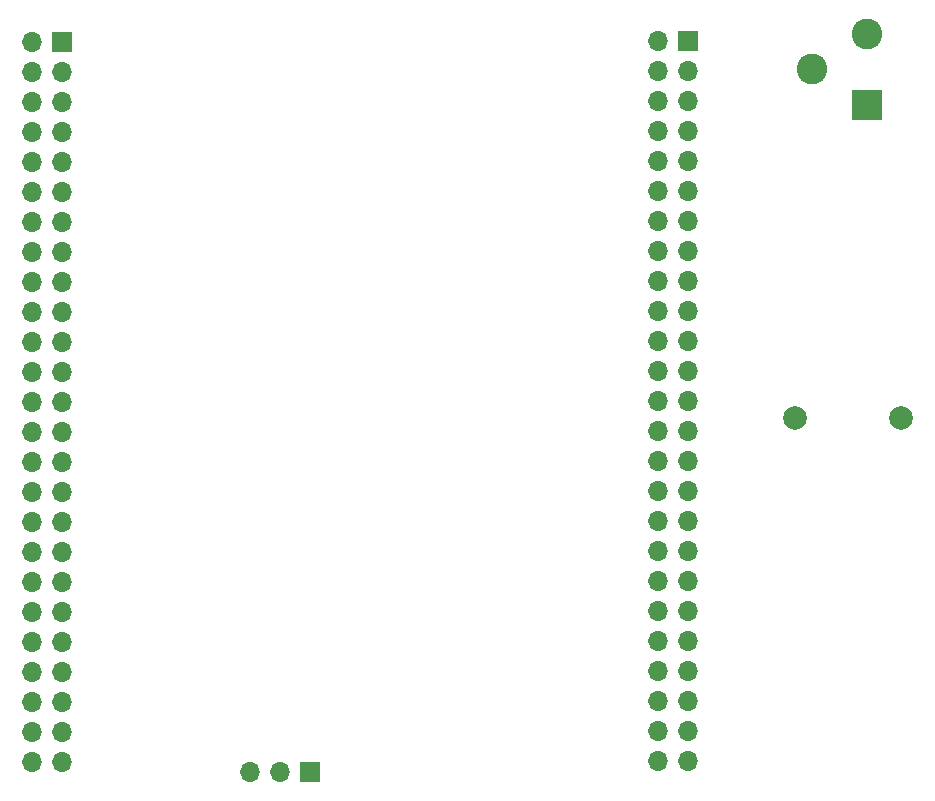
<source format=gbr>
%TF.GenerationSoftware,KiCad,Pcbnew,(7.0.0)*%
%TF.CreationDate,2023-05-31T19:24:38-06:00*%
%TF.ProjectId,STM32 LED Shield,53544d33-3220-44c4-9544-20536869656c,rev?*%
%TF.SameCoordinates,Original*%
%TF.FileFunction,Soldermask,Bot*%
%TF.FilePolarity,Negative*%
%FSLAX46Y46*%
G04 Gerber Fmt 4.6, Leading zero omitted, Abs format (unit mm)*
G04 Created by KiCad (PCBNEW (7.0.0)) date 2023-05-31 19:24:38*
%MOMM*%
%LPD*%
G01*
G04 APERTURE LIST*
%ADD10C,2.000000*%
%ADD11R,1.700000X1.700000*%
%ADD12O,1.700000X1.700000*%
%ADD13R,2.600000X2.600000*%
%ADD14C,2.600000*%
G04 APERTURE END LIST*
D10*
%TO.C,S1*%
X148873600Y-91033600D03*
X139873600Y-91033600D03*
%TD*%
D11*
%TO.C,J2*%
X130759199Y-59131199D03*
D12*
X128219199Y-59131199D03*
X130759199Y-61671199D03*
X128219199Y-61671199D03*
X130759199Y-64211199D03*
X128219199Y-64211199D03*
X130759199Y-66751199D03*
X128219199Y-66751199D03*
X130759199Y-69291199D03*
X128219199Y-69291199D03*
X130759199Y-71831199D03*
X128219199Y-71831199D03*
X130759199Y-74371199D03*
X128219199Y-74371199D03*
X130759199Y-76911199D03*
X128219199Y-76911199D03*
X130759199Y-79451199D03*
X128219199Y-79451199D03*
X130759199Y-81991199D03*
X128219199Y-81991199D03*
X130759199Y-84531199D03*
X128219199Y-84531199D03*
X130759199Y-87071199D03*
X128219199Y-87071199D03*
X130759199Y-89611199D03*
X128219199Y-89611199D03*
X130759199Y-92151199D03*
X128219199Y-92151199D03*
X130759199Y-94691199D03*
X128219199Y-94691199D03*
X130759199Y-97231199D03*
X128219199Y-97231199D03*
X130759199Y-99771199D03*
X128219199Y-99771199D03*
X130759199Y-102311199D03*
X128219199Y-102311199D03*
X130759199Y-104851199D03*
X128219199Y-104851199D03*
X130759199Y-107391199D03*
X128219199Y-107391199D03*
X130759199Y-109931199D03*
X128219199Y-109931199D03*
X130759199Y-112471199D03*
X128219199Y-112471199D03*
X130759199Y-115011199D03*
X128219199Y-115011199D03*
X130759199Y-117551199D03*
X128219199Y-117551199D03*
X130759199Y-120091199D03*
X128219199Y-120091199D03*
%TD*%
D11*
%TO.C,J1*%
X77825599Y-59232799D03*
D12*
X75285599Y-59232799D03*
X77825599Y-61772799D03*
X75285599Y-61772799D03*
X77825599Y-64312799D03*
X75285599Y-64312799D03*
X77825599Y-66852799D03*
X75285599Y-66852799D03*
X77825599Y-69392799D03*
X75285599Y-69392799D03*
X77825599Y-71932799D03*
X75285599Y-71932799D03*
X77825599Y-74472799D03*
X75285599Y-74472799D03*
X77825599Y-77012799D03*
X75285599Y-77012799D03*
X77825599Y-79552799D03*
X75285599Y-79552799D03*
X77825599Y-82092799D03*
X75285599Y-82092799D03*
X77825599Y-84632799D03*
X75285599Y-84632799D03*
X77825599Y-87172799D03*
X75285599Y-87172799D03*
X77825599Y-89712799D03*
X75285599Y-89712799D03*
X77825599Y-92252799D03*
X75285599Y-92252799D03*
X77825599Y-94792799D03*
X75285599Y-94792799D03*
X77825599Y-97332799D03*
X75285599Y-97332799D03*
X77825599Y-99872799D03*
X75285599Y-99872799D03*
X77825599Y-102412799D03*
X75285599Y-102412799D03*
X77825599Y-104952799D03*
X75285599Y-104952799D03*
X77825599Y-107492799D03*
X75285599Y-107492799D03*
X77825599Y-110032799D03*
X75285599Y-110032799D03*
X77825599Y-112572799D03*
X75285599Y-112572799D03*
X77825599Y-115112799D03*
X75285599Y-115112799D03*
X77825599Y-117652799D03*
X75285599Y-117652799D03*
X77825599Y-120192799D03*
X75285599Y-120192799D03*
%TD*%
D13*
%TO.C,J3*%
X145987199Y-64518399D03*
D14*
X145987200Y-58518400D03*
X141287200Y-61518400D03*
%TD*%
D11*
%TO.C,J4*%
X98755199Y-121005599D03*
D12*
X96215199Y-121005599D03*
X93675199Y-121005599D03*
%TD*%
M02*

</source>
